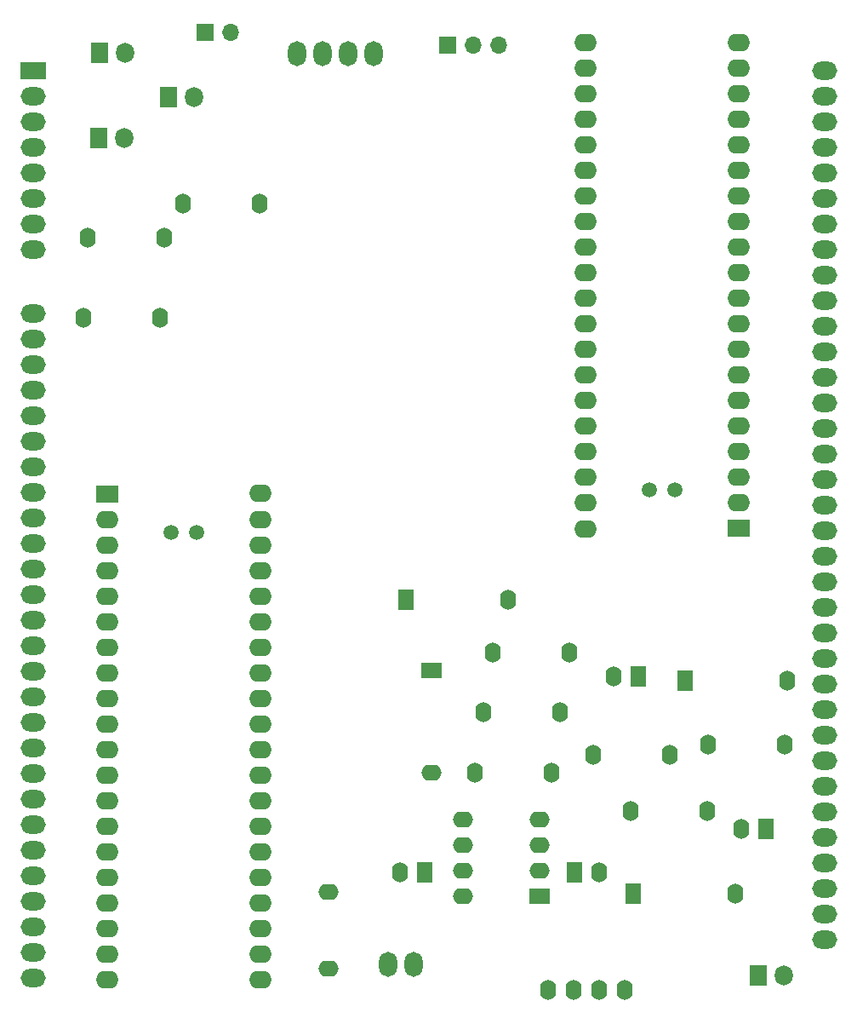
<source format=gbs>
G04 #@! TF.GenerationSoftware,KiCad,Pcbnew,7.0.11-7.0.11~ubuntu22.04.1*
G04 #@! TF.CreationDate,2024-05-31T20:30:00-03:00*
G04 #@! TF.ProjectId,condicionamento_BIA_v03,636f6e64-6963-4696-9f6e-616d656e746f,v03*
G04 #@! TF.SameCoordinates,Original*
G04 #@! TF.FileFunction,Soldermask,Bot*
G04 #@! TF.FilePolarity,Negative*
%FSLAX46Y46*%
G04 Gerber Fmt 4.6, Leading zero omitted, Abs format (unit mm)*
G04 Created by KiCad (PCBNEW 7.0.11-7.0.11~ubuntu22.04.1) date 2024-05-31 20:30:00*
%MOMM*%
%LPD*%
G01*
G04 APERTURE LIST*
%ADD10O,1.600000X2.000000*%
%ADD11R,1.600000X2.000000*%
%ADD12R,2.500000X1.800000*%
%ADD13O,2.500000X1.800000*%
%ADD14O,2.000000X1.600000*%
%ADD15O,1.800000X2.500000*%
%ADD16R,1.800000X2.000000*%
%ADD17O,1.800000X2.000000*%
%ADD18R,1.700000X1.700000*%
%ADD19O,1.700000X1.700000*%
%ADD20R,2.000000X1.600000*%
%ADD21R,2.250000X1.727200*%
%ADD22O,2.250000X1.727200*%
%ADD23C,1.500000*%
G04 APERTURE END LIST*
D10*
X148647000Y-121019000D03*
D11*
X151147000Y-121019000D03*
D12*
X112158000Y-41390000D03*
D13*
X112158000Y-43930000D03*
X112158000Y-46470000D03*
X112158000Y-49010000D03*
X112158000Y-51550000D03*
X112158000Y-54090000D03*
X112158000Y-56630000D03*
X112158000Y-59170000D03*
D14*
X141600000Y-122990000D03*
X141600000Y-130610000D03*
D10*
X156989000Y-105144000D03*
X164609000Y-105144000D03*
D15*
X150004000Y-130163000D03*
X147464000Y-130163000D03*
D16*
X118700000Y-48100000D03*
D17*
X121240000Y-48100000D03*
D18*
X129298000Y-37580000D03*
D19*
X131838000Y-37580000D03*
D18*
X153433000Y-38850000D03*
D19*
X155973000Y-38850000D03*
X158513000Y-38850000D03*
D20*
X151782000Y-100953000D03*
D14*
X151782000Y-111113000D03*
D10*
X169880900Y-101588000D03*
D11*
X172380900Y-101588000D03*
D10*
X163420000Y-132703000D03*
X165960000Y-132703000D03*
X168500000Y-132703000D03*
X171040000Y-132703000D03*
X179214000Y-114923000D03*
X171594000Y-114923000D03*
X168506000Y-121019000D03*
D11*
X166006000Y-121019000D03*
D21*
X182389000Y-86856000D03*
D22*
X182389000Y-84316000D03*
X182389000Y-81776000D03*
X182389000Y-79236000D03*
X182389000Y-76696000D03*
X182389000Y-74156000D03*
X182389000Y-71616000D03*
X182389000Y-69076000D03*
X182389000Y-66536000D03*
X182389000Y-63996000D03*
X182389000Y-61456000D03*
X182389000Y-58916000D03*
X182389000Y-56376000D03*
X182389000Y-53836000D03*
X182389000Y-51296000D03*
X182389000Y-48756000D03*
X182389000Y-46216000D03*
X182389000Y-43676000D03*
X182389000Y-41136000D03*
X182389000Y-38596000D03*
X167149000Y-38596000D03*
X167149000Y-41136000D03*
X167149000Y-43676000D03*
X167149000Y-46216000D03*
X167149000Y-48756000D03*
X167149000Y-51296000D03*
X167149000Y-53836000D03*
X167149000Y-56376000D03*
X167149000Y-58916000D03*
X167149000Y-61456000D03*
X167149000Y-63996000D03*
X167149000Y-66536000D03*
X167149000Y-69076000D03*
X167149000Y-71616000D03*
X167149000Y-74156000D03*
X167149000Y-76696000D03*
X167149000Y-79236000D03*
X167149000Y-81776000D03*
X167149000Y-84316000D03*
X167149000Y-86906800D03*
D23*
X173489000Y-83046000D03*
X176029000Y-83046000D03*
D11*
X171848000Y-123178000D03*
D10*
X182008000Y-123178000D03*
X179341000Y-108319000D03*
X186961000Y-108319000D03*
D16*
X184325000Y-131300000D03*
D17*
X186865000Y-131300000D03*
D10*
X157878000Y-99175000D03*
X165498000Y-99175000D03*
X182580900Y-116701000D03*
D11*
X185080900Y-116701000D03*
D20*
X162577000Y-123432000D03*
D14*
X162577000Y-120892000D03*
X162577000Y-118352000D03*
X162577000Y-115812000D03*
X154957000Y-115812000D03*
X154957000Y-118352000D03*
X154957000Y-120892000D03*
X154957000Y-123432000D03*
D10*
X117190000Y-65900000D03*
X124810000Y-65900000D03*
X163720000Y-111113000D03*
X156100000Y-111113000D03*
X117600000Y-58000000D03*
X125220000Y-58000000D03*
D13*
X190898000Y-41390000D03*
X190898000Y-43930000D03*
X190898000Y-46470000D03*
X190898000Y-49010000D03*
X190898000Y-51550000D03*
X190898000Y-54090000D03*
X190898000Y-56630000D03*
X190898000Y-59170000D03*
X190898000Y-61710000D03*
X190898000Y-64250000D03*
X190898000Y-66790000D03*
X190898000Y-69330000D03*
X190898000Y-71870000D03*
X190898000Y-74410000D03*
X190898000Y-76950000D03*
X190898000Y-79490000D03*
X190898000Y-82030000D03*
X190898000Y-84570000D03*
X190898000Y-87110000D03*
X190898000Y-89650000D03*
X190898000Y-92190000D03*
X190898000Y-94730000D03*
X190898000Y-97270000D03*
X190898000Y-99810000D03*
X190898000Y-102350000D03*
X190898000Y-104890000D03*
X190898000Y-107430000D03*
X190898000Y-109970000D03*
X190898000Y-112510000D03*
X190898000Y-115050000D03*
X190898000Y-117590000D03*
X190898000Y-120130000D03*
X190898000Y-122670000D03*
X190898000Y-125210000D03*
X190898000Y-127750000D03*
D10*
X134710000Y-54600000D03*
X127090000Y-54600000D03*
D15*
X138457000Y-39669000D03*
X140997000Y-39669000D03*
X143537000Y-39669000D03*
X146077000Y-39669000D03*
D21*
X119524000Y-83427000D03*
D22*
X119524000Y-85967000D03*
X119524000Y-88507000D03*
X119524000Y-91047000D03*
X119524000Y-93587000D03*
X119524000Y-96127000D03*
X119524000Y-98667000D03*
X119524000Y-101207000D03*
X119524000Y-103747000D03*
X119524000Y-106287000D03*
X119524000Y-108827000D03*
X119524000Y-111367000D03*
X119524000Y-113907000D03*
X119524000Y-116447000D03*
X119524000Y-118987000D03*
X119524000Y-121527000D03*
X119524000Y-124067000D03*
X119524000Y-126607000D03*
X119524000Y-129147000D03*
X119524000Y-131687000D03*
X134764000Y-131687000D03*
X134764000Y-129147000D03*
X134764000Y-126607000D03*
X134764000Y-124067000D03*
X134764000Y-121527000D03*
X134764000Y-118987000D03*
X134764000Y-116447000D03*
X134764000Y-113907000D03*
X134764000Y-111367000D03*
X134764000Y-108827000D03*
X134764000Y-106287000D03*
X134764000Y-103747000D03*
X134764000Y-101207000D03*
X134764000Y-98667000D03*
X134764000Y-96127000D03*
X134764000Y-93587000D03*
X134764000Y-91047000D03*
X134764000Y-88507000D03*
X134764000Y-85967000D03*
X134764000Y-83376200D03*
D23*
X128424000Y-87237000D03*
X125884000Y-87237000D03*
D10*
X167911000Y-109335000D03*
X175531000Y-109335000D03*
D11*
X177055000Y-101969000D03*
D10*
X187215000Y-101969000D03*
D16*
X125600000Y-44000000D03*
D17*
X128140000Y-44000000D03*
D11*
X149242000Y-93968000D03*
D10*
X159402000Y-93968000D03*
D16*
X118760000Y-39600000D03*
D17*
X121300000Y-39600000D03*
D13*
X112158000Y-65520000D03*
X112158000Y-68060000D03*
X112158000Y-70600000D03*
X112158000Y-73140000D03*
X112158000Y-75680000D03*
X112158000Y-78220000D03*
X112158000Y-80760000D03*
X112158000Y-83300000D03*
X112158000Y-85840000D03*
X112158000Y-88380000D03*
X112158000Y-90920000D03*
X112158000Y-93460000D03*
X112158000Y-96000000D03*
X112158000Y-98540000D03*
X112158000Y-101080000D03*
X112158000Y-103620000D03*
X112158000Y-106160000D03*
X112158000Y-108700000D03*
X112158000Y-111240000D03*
X112158000Y-113780000D03*
X112158000Y-116320000D03*
X112158000Y-118860000D03*
X112158000Y-121400000D03*
X112158000Y-123940000D03*
X112158000Y-126480000D03*
X112158000Y-129020000D03*
X112158000Y-131560000D03*
M02*

</source>
